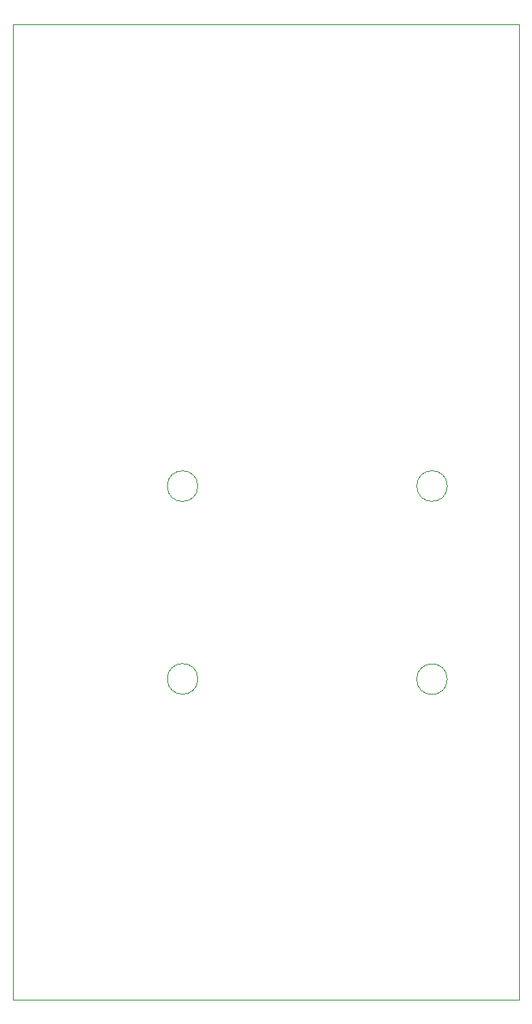
<source format=gbr>
%TF.GenerationSoftware,KiCad,Pcbnew,8.0.2*%
%TF.CreationDate,2024-05-08T14:23:23+01:00*%
%TF.ProjectId,Right_Controller_PCB_Bluetooth,52696768-745f-4436-9f6e-74726f6c6c65,V01*%
%TF.SameCoordinates,Original*%
%TF.FileFunction,Profile,NP*%
%FSLAX46Y46*%
G04 Gerber Fmt 4.6, Leading zero omitted, Abs format (unit mm)*
G04 Created by KiCad (PCBNEW 8.0.2) date 2024-05-08 14:23:23*
%MOMM*%
%LPD*%
G01*
G04 APERTURE LIST*
%TA.AperFunction,Profile*%
%ADD10C,0.050000*%
%TD*%
G04 APERTURE END LIST*
D10*
X117000000Y-47000000D02*
X170000000Y-47000000D01*
X170000000Y-149000000D01*
X117000000Y-149000000D01*
X117000000Y-47000000D01*
%TO.C,JoystickR1*%
X136362000Y-95319350D02*
G75*
G02*
X133162000Y-95319350I-1600000J0D01*
G01*
X133162000Y-95319350D02*
G75*
G02*
X136362000Y-95319350I1600000J0D01*
G01*
X136372000Y-115480000D02*
G75*
G02*
X133172000Y-115480000I-1600000J0D01*
G01*
X133172000Y-115480000D02*
G75*
G02*
X136372000Y-115480000I1600000J0D01*
G01*
X162492000Y-95310000D02*
G75*
G02*
X159292000Y-95310000I-1600000J0D01*
G01*
X159292000Y-95310000D02*
G75*
G02*
X162492000Y-95310000I1600000J0D01*
G01*
X162492000Y-115510000D02*
G75*
G02*
X159292000Y-115510000I-1600000J0D01*
G01*
X159292000Y-115510000D02*
G75*
G02*
X162492000Y-115510000I1600000J0D01*
G01*
%TD*%
M02*

</source>
